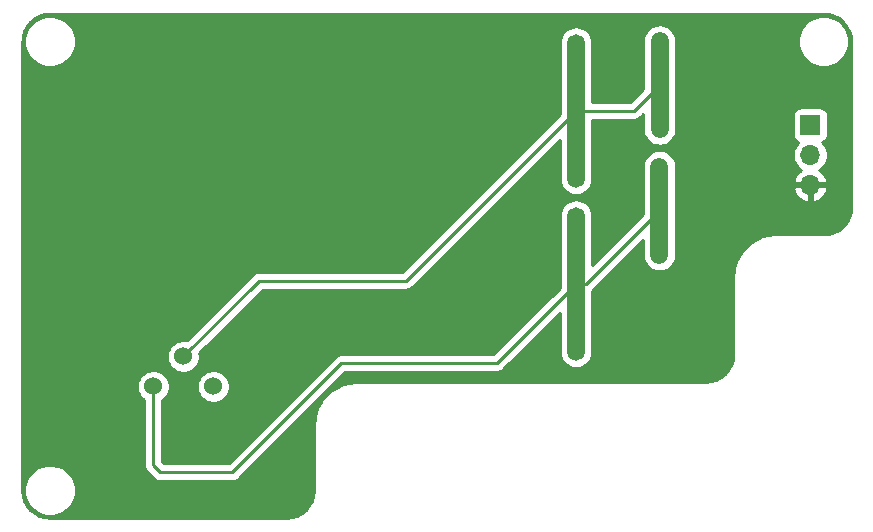
<source format=gbr>
%TF.GenerationSoftware,KiCad,Pcbnew,(5.1.9-0-10_14)*%
%TF.CreationDate,2021-02-13T20:36:48+01:00*%
%TF.ProjectId,f_buzzer,665f6275-7a7a-4657-922e-6b696361645f,rev?*%
%TF.SameCoordinates,Original*%
%TF.FileFunction,Copper,L2,Bot*%
%TF.FilePolarity,Positive*%
%FSLAX46Y46*%
G04 Gerber Fmt 4.6, Leading zero omitted, Abs format (unit mm)*
G04 Created by KiCad (PCBNEW (5.1.9-0-10_14)) date 2021-02-13 20:36:48*
%MOMM*%
%LPD*%
G01*
G04 APERTURE LIST*
%TA.AperFunction,ComponentPad*%
%ADD10O,1.500000X9.000000*%
%TD*%
%TA.AperFunction,ComponentPad*%
%ADD11O,1.500000X13.000000*%
%TD*%
%TA.AperFunction,ComponentPad*%
%ADD12C,1.524000*%
%TD*%
%TA.AperFunction,ComponentPad*%
%ADD13R,1.700000X1.700000*%
%TD*%
%TA.AperFunction,ComponentPad*%
%ADD14O,1.700000X1.700000*%
%TD*%
%TA.AperFunction,Conductor*%
%ADD15C,0.250000*%
%TD*%
%TA.AperFunction,Conductor*%
%ADD16C,0.254000*%
%TD*%
%TA.AperFunction,Conductor*%
%ADD17C,0.100000*%
%TD*%
G04 APERTURE END LIST*
D10*
%TO.P,BZ2,2*%
%TO.N,Net-(BZ1-Pad2)*%
X168810000Y-93490000D03*
%TO.P,BZ2,1*%
%TO.N,Net-(BZ1-Pad1)*%
X168820000Y-82850000D03*
%TD*%
D11*
%TO.P,BZ1,2*%
%TO.N,Net-(BZ1-Pad2)*%
X161740000Y-99680000D03*
%TO.P,BZ1,1*%
%TO.N,Net-(BZ1-Pad1)*%
X161740000Y-85020000D03*
%TD*%
D12*
%TO.P,RV1,3*%
%TO.N,Net-(C3-Pad1)*%
X131035000Y-108365000D03*
%TO.P,RV1,2*%
%TO.N,Net-(BZ1-Pad2)*%
X125955000Y-108365000D03*
%TO.P,RV1,1*%
%TO.N,Net-(BZ1-Pad1)*%
X128495000Y-105825000D03*
%TD*%
D13*
%TO.P,REF\u002A\u002A,1*%
%TO.N,VCC*%
X181580000Y-86230000D03*
D14*
%TO.P,REF\u002A\u002A,2*%
%TO.N,/DVR*%
X181580000Y-88770000D03*
%TO.P,REF\u002A\u002A,3*%
%TO.N,GND*%
X181580000Y-91310000D03*
%TD*%
D15*
%TO.N,Net-(BZ1-Pad2)*%
X162620000Y-99680000D02*
X168810000Y-93490000D01*
X161740000Y-99680000D02*
X162620000Y-99680000D01*
X125955000Y-115055000D02*
X125955000Y-108365000D01*
X126530000Y-115630000D02*
X125955000Y-115055000D01*
X132650000Y-115630000D02*
X126530000Y-115630000D01*
X141890000Y-106390000D02*
X132650000Y-115630000D01*
X155030000Y-106390000D02*
X141890000Y-106390000D01*
X161740000Y-99680000D02*
X155030000Y-106390000D01*
%TO.N,Net-(BZ1-Pad1)*%
X147350000Y-99410000D02*
X134910000Y-99410000D01*
X134910000Y-99410000D02*
X128495000Y-105825000D01*
X161740000Y-85020000D02*
X147350000Y-99410000D01*
X166650000Y-85020000D02*
X168820000Y-82850000D01*
X161740000Y-85020000D02*
X166650000Y-85020000D01*
%TD*%
D16*
%TO.N,GND*%
X183163893Y-76857670D02*
X183600498Y-76989489D01*
X184003185Y-77203600D01*
X184356612Y-77491848D01*
X184647327Y-77843261D01*
X184864242Y-78244439D01*
X184999106Y-78680113D01*
X185050000Y-79164344D01*
X185050001Y-93117711D01*
X185002330Y-93603894D01*
X184870512Y-94040497D01*
X184656399Y-94443186D01*
X184368150Y-94796613D01*
X184016739Y-95087327D01*
X183615564Y-95304240D01*
X183179886Y-95439106D01*
X182695664Y-95490000D01*
X178677581Y-95490000D01*
X178647937Y-95492920D01*
X178629238Y-95492789D01*
X178620067Y-95493689D01*
X178037777Y-95554890D01*
X177979191Y-95566916D01*
X177920420Y-95578127D01*
X177911598Y-95580790D01*
X177352285Y-95753928D01*
X177297167Y-95777098D01*
X177241678Y-95799516D01*
X177233542Y-95803843D01*
X176718510Y-96082319D01*
X176668936Y-96115757D01*
X176618862Y-96148524D01*
X176611721Y-96154348D01*
X176160588Y-96527558D01*
X176118431Y-96570010D01*
X176075699Y-96611856D01*
X176069825Y-96618957D01*
X175699773Y-97072685D01*
X175666679Y-97122496D01*
X175632873Y-97171868D01*
X175628490Y-97179974D01*
X175353616Y-97696938D01*
X175330812Y-97752265D01*
X175307256Y-97807225D01*
X175304531Y-97816029D01*
X175135304Y-98376536D01*
X175123682Y-98435231D01*
X175111248Y-98493727D01*
X175110285Y-98502892D01*
X175053150Y-99085595D01*
X175050000Y-99117582D01*
X175050001Y-105617711D01*
X175002330Y-106103894D01*
X174870512Y-106540497D01*
X174656399Y-106943186D01*
X174368150Y-107296613D01*
X174016739Y-107587327D01*
X173615564Y-107804240D01*
X173179886Y-107939106D01*
X172695664Y-107990000D01*
X143177581Y-107990000D01*
X143147937Y-107992920D01*
X143129238Y-107992789D01*
X143120067Y-107993689D01*
X142537777Y-108054890D01*
X142479191Y-108066916D01*
X142420420Y-108078127D01*
X142411598Y-108080790D01*
X141852285Y-108253928D01*
X141797167Y-108277098D01*
X141741678Y-108299516D01*
X141733542Y-108303843D01*
X141218510Y-108582319D01*
X141168936Y-108615757D01*
X141118862Y-108648524D01*
X141111721Y-108654348D01*
X140660588Y-109027558D01*
X140618431Y-109070010D01*
X140575699Y-109111856D01*
X140569825Y-109118957D01*
X140199773Y-109572685D01*
X140166679Y-109622496D01*
X140132873Y-109671868D01*
X140128490Y-109679974D01*
X139853616Y-110196938D01*
X139830812Y-110252265D01*
X139807256Y-110307225D01*
X139804531Y-110316029D01*
X139635304Y-110876536D01*
X139623682Y-110935231D01*
X139611248Y-110993727D01*
X139610285Y-111002892D01*
X139553150Y-111585595D01*
X139553150Y-111585608D01*
X139550001Y-111617581D01*
X139550000Y-117117721D01*
X139502330Y-117603894D01*
X139370512Y-118040497D01*
X139156399Y-118443186D01*
X138868150Y-118796613D01*
X138516739Y-119087327D01*
X138115564Y-119304240D01*
X137679886Y-119439106D01*
X137195664Y-119490000D01*
X117242279Y-119490000D01*
X116756106Y-119442330D01*
X116319503Y-119310512D01*
X115916814Y-119096399D01*
X115563387Y-118808150D01*
X115272673Y-118456739D01*
X115055760Y-118055564D01*
X114920894Y-117619886D01*
X114870000Y-117135664D01*
X114870000Y-116936323D01*
X115040497Y-116936323D01*
X115040497Y-117363677D01*
X115123870Y-117782821D01*
X115287412Y-118177645D01*
X115524837Y-118532977D01*
X115827023Y-118835163D01*
X116182355Y-119072588D01*
X116577179Y-119236130D01*
X116996323Y-119319503D01*
X117423677Y-119319503D01*
X117842821Y-119236130D01*
X118237645Y-119072588D01*
X118592977Y-118835163D01*
X118895163Y-118532977D01*
X119132588Y-118177645D01*
X119296130Y-117782821D01*
X119379503Y-117363677D01*
X119379503Y-116936323D01*
X119296130Y-116517179D01*
X119132588Y-116122355D01*
X118895163Y-115767023D01*
X118592977Y-115464837D01*
X118237645Y-115227412D01*
X117842821Y-115063870D01*
X117423677Y-114980497D01*
X116996323Y-114980497D01*
X116577179Y-115063870D01*
X116182355Y-115227412D01*
X115827023Y-115464837D01*
X115524837Y-115767023D01*
X115287412Y-116122355D01*
X115123870Y-116517179D01*
X115040497Y-116936323D01*
X114870000Y-116936323D01*
X114870000Y-108227408D01*
X124558000Y-108227408D01*
X124558000Y-108502592D01*
X124611686Y-108772490D01*
X124716995Y-109026727D01*
X124869880Y-109255535D01*
X125064465Y-109450120D01*
X125195001Y-109537341D01*
X125195000Y-115017677D01*
X125191324Y-115055000D01*
X125195000Y-115092322D01*
X125195000Y-115092332D01*
X125205997Y-115203985D01*
X125246574Y-115337753D01*
X125249454Y-115347246D01*
X125320026Y-115479276D01*
X125359871Y-115527826D01*
X125414999Y-115595001D01*
X125444002Y-115618803D01*
X125966200Y-116141002D01*
X125989999Y-116170001D01*
X126105724Y-116264974D01*
X126237753Y-116335546D01*
X126381014Y-116379003D01*
X126492667Y-116390000D01*
X126492675Y-116390000D01*
X126530000Y-116393676D01*
X126567325Y-116390000D01*
X132612678Y-116390000D01*
X132650000Y-116393676D01*
X132687322Y-116390000D01*
X132687333Y-116390000D01*
X132798986Y-116379003D01*
X132942247Y-116335546D01*
X133074276Y-116264974D01*
X133190001Y-116170001D01*
X133213804Y-116140997D01*
X142204802Y-107150000D01*
X154992678Y-107150000D01*
X155030000Y-107153676D01*
X155067322Y-107150000D01*
X155067333Y-107150000D01*
X155178986Y-107139003D01*
X155322247Y-107095546D01*
X155454276Y-107024974D01*
X155570001Y-106930001D01*
X155593804Y-106900997D01*
X160355000Y-102139801D01*
X160355000Y-105498036D01*
X160375040Y-105701506D01*
X160454236Y-105962580D01*
X160582843Y-106203187D01*
X160755919Y-106414080D01*
X160966812Y-106587157D01*
X161207419Y-106715764D01*
X161468493Y-106794960D01*
X161740000Y-106821701D01*
X162011506Y-106794960D01*
X162272580Y-106715764D01*
X162513187Y-106587157D01*
X162724080Y-106414081D01*
X162897157Y-106203188D01*
X163025764Y-105962581D01*
X163104960Y-105701507D01*
X163125000Y-105498037D01*
X163125000Y-100248726D01*
X163160001Y-100220001D01*
X163183804Y-100190997D01*
X167425001Y-95949801D01*
X167425001Y-97308037D01*
X167445041Y-97511507D01*
X167524237Y-97772581D01*
X167652844Y-98013188D01*
X167825920Y-98224081D01*
X168036813Y-98397157D01*
X168277420Y-98525764D01*
X168538494Y-98604960D01*
X168810000Y-98631701D01*
X169081507Y-98604960D01*
X169342581Y-98525764D01*
X169583188Y-98397157D01*
X169794081Y-98224081D01*
X169967157Y-98013188D01*
X170095764Y-97772581D01*
X170174960Y-97511507D01*
X170195000Y-97308037D01*
X170195000Y-91666890D01*
X180138524Y-91666890D01*
X180183175Y-91814099D01*
X180308359Y-92076920D01*
X180482412Y-92310269D01*
X180698645Y-92505178D01*
X180948748Y-92654157D01*
X181223109Y-92751481D01*
X181453000Y-92630814D01*
X181453000Y-91437000D01*
X181707000Y-91437000D01*
X181707000Y-92630814D01*
X181936891Y-92751481D01*
X182211252Y-92654157D01*
X182461355Y-92505178D01*
X182677588Y-92310269D01*
X182851641Y-92076920D01*
X182976825Y-91814099D01*
X183021476Y-91666890D01*
X182900155Y-91437000D01*
X181707000Y-91437000D01*
X181453000Y-91437000D01*
X180259845Y-91437000D01*
X180138524Y-91666890D01*
X170195000Y-91666890D01*
X170195000Y-89671963D01*
X170174960Y-89468493D01*
X170095764Y-89207419D01*
X169967157Y-88966812D01*
X169794080Y-88755919D01*
X169583187Y-88582843D01*
X169342580Y-88454236D01*
X169081506Y-88375040D01*
X168810000Y-88348299D01*
X168538493Y-88375040D01*
X168277419Y-88454236D01*
X168036812Y-88582843D01*
X167825919Y-88755920D01*
X167652843Y-88966813D01*
X167524236Y-89207420D01*
X167445040Y-89468494D01*
X167425000Y-89671964D01*
X167425001Y-93800198D01*
X163125000Y-98100199D01*
X163125000Y-93861963D01*
X163104960Y-93658493D01*
X163025764Y-93397419D01*
X162897157Y-93156812D01*
X162724081Y-92945919D01*
X162513188Y-92772843D01*
X162272581Y-92644236D01*
X162011507Y-92565040D01*
X161740000Y-92538299D01*
X161468494Y-92565040D01*
X161207420Y-92644236D01*
X160966813Y-92772843D01*
X160755920Y-92945919D01*
X160582844Y-93156812D01*
X160454237Y-93397419D01*
X160375041Y-93658493D01*
X160355001Y-93861963D01*
X160355000Y-99990198D01*
X154715199Y-105630000D01*
X141927322Y-105630000D01*
X141889999Y-105626324D01*
X141852676Y-105630000D01*
X141852667Y-105630000D01*
X141741014Y-105640997D01*
X141597753Y-105684454D01*
X141465724Y-105755026D01*
X141349999Y-105849999D01*
X141326201Y-105878997D01*
X132335199Y-114870000D01*
X126844802Y-114870000D01*
X126715000Y-114740199D01*
X126715000Y-109537341D01*
X126845535Y-109450120D01*
X127040120Y-109255535D01*
X127193005Y-109026727D01*
X127298314Y-108772490D01*
X127352000Y-108502592D01*
X127352000Y-108227408D01*
X129638000Y-108227408D01*
X129638000Y-108502592D01*
X129691686Y-108772490D01*
X129796995Y-109026727D01*
X129949880Y-109255535D01*
X130144465Y-109450120D01*
X130373273Y-109603005D01*
X130627510Y-109708314D01*
X130897408Y-109762000D01*
X131172592Y-109762000D01*
X131442490Y-109708314D01*
X131696727Y-109603005D01*
X131925535Y-109450120D01*
X132120120Y-109255535D01*
X132273005Y-109026727D01*
X132378314Y-108772490D01*
X132432000Y-108502592D01*
X132432000Y-108227408D01*
X132378314Y-107957510D01*
X132273005Y-107703273D01*
X132120120Y-107474465D01*
X131925535Y-107279880D01*
X131696727Y-107126995D01*
X131442490Y-107021686D01*
X131172592Y-106968000D01*
X130897408Y-106968000D01*
X130627510Y-107021686D01*
X130373273Y-107126995D01*
X130144465Y-107279880D01*
X129949880Y-107474465D01*
X129796995Y-107703273D01*
X129691686Y-107957510D01*
X129638000Y-108227408D01*
X127352000Y-108227408D01*
X127298314Y-107957510D01*
X127193005Y-107703273D01*
X127040120Y-107474465D01*
X126845535Y-107279880D01*
X126616727Y-107126995D01*
X126362490Y-107021686D01*
X126092592Y-106968000D01*
X125817408Y-106968000D01*
X125547510Y-107021686D01*
X125293273Y-107126995D01*
X125064465Y-107279880D01*
X124869880Y-107474465D01*
X124716995Y-107703273D01*
X124611686Y-107957510D01*
X124558000Y-108227408D01*
X114870000Y-108227408D01*
X114870000Y-105687408D01*
X127098000Y-105687408D01*
X127098000Y-105962592D01*
X127151686Y-106232490D01*
X127256995Y-106486727D01*
X127409880Y-106715535D01*
X127604465Y-106910120D01*
X127833273Y-107063005D01*
X128087510Y-107168314D01*
X128357408Y-107222000D01*
X128632592Y-107222000D01*
X128902490Y-107168314D01*
X129156727Y-107063005D01*
X129385535Y-106910120D01*
X129580120Y-106715535D01*
X129733005Y-106486727D01*
X129838314Y-106232490D01*
X129892000Y-105962592D01*
X129892000Y-105687408D01*
X129861372Y-105533429D01*
X135224802Y-100170000D01*
X147312678Y-100170000D01*
X147350000Y-100173676D01*
X147387322Y-100170000D01*
X147387333Y-100170000D01*
X147498986Y-100159003D01*
X147642247Y-100115546D01*
X147774276Y-100044974D01*
X147890001Y-99950001D01*
X147913804Y-99920997D01*
X160355000Y-87479802D01*
X160355000Y-90838036D01*
X160375040Y-91041506D01*
X160454236Y-91302580D01*
X160582843Y-91543187D01*
X160755919Y-91754080D01*
X160966812Y-91927157D01*
X161207419Y-92055764D01*
X161468493Y-92134960D01*
X161740000Y-92161701D01*
X162011506Y-92134960D01*
X162272580Y-92055764D01*
X162513187Y-91927157D01*
X162724080Y-91754081D01*
X162897157Y-91543188D01*
X163025764Y-91302581D01*
X163104960Y-91041507D01*
X163125000Y-90838037D01*
X163125000Y-85780000D01*
X166612678Y-85780000D01*
X166650000Y-85783676D01*
X166687322Y-85780000D01*
X166687333Y-85780000D01*
X166798986Y-85769003D01*
X166942247Y-85725546D01*
X167074276Y-85654974D01*
X167190001Y-85560001D01*
X167213804Y-85530998D01*
X167435001Y-85309800D01*
X167435001Y-86668037D01*
X167455041Y-86871507D01*
X167534237Y-87132581D01*
X167662844Y-87373188D01*
X167835920Y-87584081D01*
X168046813Y-87757157D01*
X168287420Y-87885764D01*
X168548494Y-87964960D01*
X168820000Y-87991701D01*
X169091507Y-87964960D01*
X169352581Y-87885764D01*
X169593188Y-87757157D01*
X169804081Y-87584081D01*
X169977157Y-87373188D01*
X170105764Y-87132581D01*
X170184960Y-86871507D01*
X170205000Y-86668037D01*
X170205000Y-85380000D01*
X180091928Y-85380000D01*
X180091928Y-87080000D01*
X180104188Y-87204482D01*
X180140498Y-87324180D01*
X180199463Y-87434494D01*
X180278815Y-87531185D01*
X180375506Y-87610537D01*
X180485820Y-87669502D01*
X180558380Y-87691513D01*
X180426525Y-87823368D01*
X180264010Y-88066589D01*
X180152068Y-88336842D01*
X180095000Y-88623740D01*
X180095000Y-88916260D01*
X180152068Y-89203158D01*
X180264010Y-89473411D01*
X180426525Y-89716632D01*
X180633368Y-89923475D01*
X180815534Y-90045195D01*
X180698645Y-90114822D01*
X180482412Y-90309731D01*
X180308359Y-90543080D01*
X180183175Y-90805901D01*
X180138524Y-90953110D01*
X180259845Y-91183000D01*
X181453000Y-91183000D01*
X181453000Y-91163000D01*
X181707000Y-91163000D01*
X181707000Y-91183000D01*
X182900155Y-91183000D01*
X183021476Y-90953110D01*
X182976825Y-90805901D01*
X182851641Y-90543080D01*
X182677588Y-90309731D01*
X182461355Y-90114822D01*
X182344466Y-90045195D01*
X182526632Y-89923475D01*
X182733475Y-89716632D01*
X182895990Y-89473411D01*
X183007932Y-89203158D01*
X183065000Y-88916260D01*
X183065000Y-88623740D01*
X183007932Y-88336842D01*
X182895990Y-88066589D01*
X182733475Y-87823368D01*
X182601620Y-87691513D01*
X182674180Y-87669502D01*
X182784494Y-87610537D01*
X182881185Y-87531185D01*
X182960537Y-87434494D01*
X183019502Y-87324180D01*
X183055812Y-87204482D01*
X183068072Y-87080000D01*
X183068072Y-85380000D01*
X183055812Y-85255518D01*
X183019502Y-85135820D01*
X182960537Y-85025506D01*
X182881185Y-84928815D01*
X182784494Y-84849463D01*
X182674180Y-84790498D01*
X182554482Y-84754188D01*
X182430000Y-84741928D01*
X180730000Y-84741928D01*
X180605518Y-84754188D01*
X180485820Y-84790498D01*
X180375506Y-84849463D01*
X180278815Y-84928815D01*
X180199463Y-85025506D01*
X180140498Y-85135820D01*
X180104188Y-85255518D01*
X180091928Y-85380000D01*
X170205000Y-85380000D01*
X170205000Y-79031963D01*
X170195581Y-78936323D01*
X180540497Y-78936323D01*
X180540497Y-79363677D01*
X180623870Y-79782821D01*
X180787412Y-80177645D01*
X181024837Y-80532977D01*
X181327023Y-80835163D01*
X181682355Y-81072588D01*
X182077179Y-81236130D01*
X182496323Y-81319503D01*
X182923677Y-81319503D01*
X183342821Y-81236130D01*
X183737645Y-81072588D01*
X184092977Y-80835163D01*
X184395163Y-80532977D01*
X184632588Y-80177645D01*
X184796130Y-79782821D01*
X184879503Y-79363677D01*
X184879503Y-78936323D01*
X184796130Y-78517179D01*
X184632588Y-78122355D01*
X184395163Y-77767023D01*
X184092977Y-77464837D01*
X183737645Y-77227412D01*
X183342821Y-77063870D01*
X182923677Y-76980497D01*
X182496323Y-76980497D01*
X182077179Y-77063870D01*
X181682355Y-77227412D01*
X181327023Y-77464837D01*
X181024837Y-77767023D01*
X180787412Y-78122355D01*
X180623870Y-78517179D01*
X180540497Y-78936323D01*
X170195581Y-78936323D01*
X170184960Y-78828493D01*
X170105764Y-78567419D01*
X169977157Y-78326812D01*
X169804080Y-78115919D01*
X169593187Y-77942843D01*
X169352580Y-77814236D01*
X169091506Y-77735040D01*
X168820000Y-77708299D01*
X168548493Y-77735040D01*
X168287419Y-77814236D01*
X168046812Y-77942843D01*
X167835919Y-78115920D01*
X167662843Y-78326813D01*
X167534236Y-78567420D01*
X167455040Y-78828494D01*
X167435000Y-79031964D01*
X167435001Y-83160197D01*
X166335199Y-84260000D01*
X163125000Y-84260000D01*
X163125000Y-79201963D01*
X163104960Y-78998493D01*
X163025764Y-78737419D01*
X162897157Y-78496812D01*
X162724081Y-78285919D01*
X162513188Y-78112843D01*
X162272581Y-77984236D01*
X162011507Y-77905040D01*
X161740000Y-77878299D01*
X161468494Y-77905040D01*
X161207420Y-77984236D01*
X160966813Y-78112843D01*
X160755920Y-78285919D01*
X160582844Y-78496812D01*
X160454237Y-78737419D01*
X160375041Y-78998493D01*
X160355001Y-79201963D01*
X160355000Y-85330198D01*
X147035199Y-98650000D01*
X134947322Y-98650000D01*
X134909999Y-98646324D01*
X134872677Y-98650000D01*
X134872667Y-98650000D01*
X134761014Y-98660997D01*
X134617753Y-98704454D01*
X134485723Y-98775026D01*
X134402083Y-98843668D01*
X134369999Y-98869999D01*
X134346201Y-98898997D01*
X128786571Y-104458628D01*
X128632592Y-104428000D01*
X128357408Y-104428000D01*
X128087510Y-104481686D01*
X127833273Y-104586995D01*
X127604465Y-104739880D01*
X127409880Y-104934465D01*
X127256995Y-105163273D01*
X127151686Y-105417510D01*
X127098000Y-105687408D01*
X114870000Y-105687408D01*
X114870000Y-79182279D01*
X114894116Y-78936323D01*
X115040497Y-78936323D01*
X115040497Y-79363677D01*
X115123870Y-79782821D01*
X115287412Y-80177645D01*
X115524837Y-80532977D01*
X115827023Y-80835163D01*
X116182355Y-81072588D01*
X116577179Y-81236130D01*
X116996323Y-81319503D01*
X117423677Y-81319503D01*
X117842821Y-81236130D01*
X118237645Y-81072588D01*
X118592977Y-80835163D01*
X118895163Y-80532977D01*
X119132588Y-80177645D01*
X119296130Y-79782821D01*
X119379503Y-79363677D01*
X119379503Y-78936323D01*
X119296130Y-78517179D01*
X119132588Y-78122355D01*
X118895163Y-77767023D01*
X118592977Y-77464837D01*
X118237645Y-77227412D01*
X117842821Y-77063870D01*
X117423677Y-76980497D01*
X116996323Y-76980497D01*
X116577179Y-77063870D01*
X116182355Y-77227412D01*
X115827023Y-77464837D01*
X115524837Y-77767023D01*
X115287412Y-78122355D01*
X115123870Y-78517179D01*
X115040497Y-78936323D01*
X114894116Y-78936323D01*
X114917670Y-78696107D01*
X115049489Y-78259502D01*
X115263600Y-77856815D01*
X115551848Y-77503388D01*
X115903261Y-77212673D01*
X116304439Y-76995758D01*
X116740113Y-76860894D01*
X117224344Y-76810000D01*
X182677721Y-76810000D01*
X183163893Y-76857670D01*
%TA.AperFunction,Conductor*%
D17*
G36*
X183163893Y-76857670D02*
G01*
X183600498Y-76989489D01*
X184003185Y-77203600D01*
X184356612Y-77491848D01*
X184647327Y-77843261D01*
X184864242Y-78244439D01*
X184999106Y-78680113D01*
X185050000Y-79164344D01*
X185050001Y-93117711D01*
X185002330Y-93603894D01*
X184870512Y-94040497D01*
X184656399Y-94443186D01*
X184368150Y-94796613D01*
X184016739Y-95087327D01*
X183615564Y-95304240D01*
X183179886Y-95439106D01*
X182695664Y-95490000D01*
X178677581Y-95490000D01*
X178647937Y-95492920D01*
X178629238Y-95492789D01*
X178620067Y-95493689D01*
X178037777Y-95554890D01*
X177979191Y-95566916D01*
X177920420Y-95578127D01*
X177911598Y-95580790D01*
X177352285Y-95753928D01*
X177297167Y-95777098D01*
X177241678Y-95799516D01*
X177233542Y-95803843D01*
X176718510Y-96082319D01*
X176668936Y-96115757D01*
X176618862Y-96148524D01*
X176611721Y-96154348D01*
X176160588Y-96527558D01*
X176118431Y-96570010D01*
X176075699Y-96611856D01*
X176069825Y-96618957D01*
X175699773Y-97072685D01*
X175666679Y-97122496D01*
X175632873Y-97171868D01*
X175628490Y-97179974D01*
X175353616Y-97696938D01*
X175330812Y-97752265D01*
X175307256Y-97807225D01*
X175304531Y-97816029D01*
X175135304Y-98376536D01*
X175123682Y-98435231D01*
X175111248Y-98493727D01*
X175110285Y-98502892D01*
X175053150Y-99085595D01*
X175050000Y-99117582D01*
X175050001Y-105617711D01*
X175002330Y-106103894D01*
X174870512Y-106540497D01*
X174656399Y-106943186D01*
X174368150Y-107296613D01*
X174016739Y-107587327D01*
X173615564Y-107804240D01*
X173179886Y-107939106D01*
X172695664Y-107990000D01*
X143177581Y-107990000D01*
X143147937Y-107992920D01*
X143129238Y-107992789D01*
X143120067Y-107993689D01*
X142537777Y-108054890D01*
X142479191Y-108066916D01*
X142420420Y-108078127D01*
X142411598Y-108080790D01*
X141852285Y-108253928D01*
X141797167Y-108277098D01*
X141741678Y-108299516D01*
X141733542Y-108303843D01*
X141218510Y-108582319D01*
X141168936Y-108615757D01*
X141118862Y-108648524D01*
X141111721Y-108654348D01*
X140660588Y-109027558D01*
X140618431Y-109070010D01*
X140575699Y-109111856D01*
X140569825Y-109118957D01*
X140199773Y-109572685D01*
X140166679Y-109622496D01*
X140132873Y-109671868D01*
X140128490Y-109679974D01*
X139853616Y-110196938D01*
X139830812Y-110252265D01*
X139807256Y-110307225D01*
X139804531Y-110316029D01*
X139635304Y-110876536D01*
X139623682Y-110935231D01*
X139611248Y-110993727D01*
X139610285Y-111002892D01*
X139553150Y-111585595D01*
X139553150Y-111585608D01*
X139550001Y-111617581D01*
X139550000Y-117117721D01*
X139502330Y-117603894D01*
X139370512Y-118040497D01*
X139156399Y-118443186D01*
X138868150Y-118796613D01*
X138516739Y-119087327D01*
X138115564Y-119304240D01*
X137679886Y-119439106D01*
X137195664Y-119490000D01*
X117242279Y-119490000D01*
X116756106Y-119442330D01*
X116319503Y-119310512D01*
X115916814Y-119096399D01*
X115563387Y-118808150D01*
X115272673Y-118456739D01*
X115055760Y-118055564D01*
X114920894Y-117619886D01*
X114870000Y-117135664D01*
X114870000Y-116936323D01*
X115040497Y-116936323D01*
X115040497Y-117363677D01*
X115123870Y-117782821D01*
X115287412Y-118177645D01*
X115524837Y-118532977D01*
X115827023Y-118835163D01*
X116182355Y-119072588D01*
X116577179Y-119236130D01*
X116996323Y-119319503D01*
X117423677Y-119319503D01*
X117842821Y-119236130D01*
X118237645Y-119072588D01*
X118592977Y-118835163D01*
X118895163Y-118532977D01*
X119132588Y-118177645D01*
X119296130Y-117782821D01*
X119379503Y-117363677D01*
X119379503Y-116936323D01*
X119296130Y-116517179D01*
X119132588Y-116122355D01*
X118895163Y-115767023D01*
X118592977Y-115464837D01*
X118237645Y-115227412D01*
X117842821Y-115063870D01*
X117423677Y-114980497D01*
X116996323Y-114980497D01*
X116577179Y-115063870D01*
X116182355Y-115227412D01*
X115827023Y-115464837D01*
X115524837Y-115767023D01*
X115287412Y-116122355D01*
X115123870Y-116517179D01*
X115040497Y-116936323D01*
X114870000Y-116936323D01*
X114870000Y-108227408D01*
X124558000Y-108227408D01*
X124558000Y-108502592D01*
X124611686Y-108772490D01*
X124716995Y-109026727D01*
X124869880Y-109255535D01*
X125064465Y-109450120D01*
X125195001Y-109537341D01*
X125195000Y-115017677D01*
X125191324Y-115055000D01*
X125195000Y-115092322D01*
X125195000Y-115092332D01*
X125205997Y-115203985D01*
X125246574Y-115337753D01*
X125249454Y-115347246D01*
X125320026Y-115479276D01*
X125359871Y-115527826D01*
X125414999Y-115595001D01*
X125444002Y-115618803D01*
X125966200Y-116141002D01*
X125989999Y-116170001D01*
X126105724Y-116264974D01*
X126237753Y-116335546D01*
X126381014Y-116379003D01*
X126492667Y-116390000D01*
X126492675Y-116390000D01*
X126530000Y-116393676D01*
X126567325Y-116390000D01*
X132612678Y-116390000D01*
X132650000Y-116393676D01*
X132687322Y-116390000D01*
X132687333Y-116390000D01*
X132798986Y-116379003D01*
X132942247Y-116335546D01*
X133074276Y-116264974D01*
X133190001Y-116170001D01*
X133213804Y-116140997D01*
X142204802Y-107150000D01*
X154992678Y-107150000D01*
X155030000Y-107153676D01*
X155067322Y-107150000D01*
X155067333Y-107150000D01*
X155178986Y-107139003D01*
X155322247Y-107095546D01*
X155454276Y-107024974D01*
X155570001Y-106930001D01*
X155593804Y-106900997D01*
X160355000Y-102139801D01*
X160355000Y-105498036D01*
X160375040Y-105701506D01*
X160454236Y-105962580D01*
X160582843Y-106203187D01*
X160755919Y-106414080D01*
X160966812Y-106587157D01*
X161207419Y-106715764D01*
X161468493Y-106794960D01*
X161740000Y-106821701D01*
X162011506Y-106794960D01*
X162272580Y-106715764D01*
X162513187Y-106587157D01*
X162724080Y-106414081D01*
X162897157Y-106203188D01*
X163025764Y-105962581D01*
X163104960Y-105701507D01*
X163125000Y-105498037D01*
X163125000Y-100248726D01*
X163160001Y-100220001D01*
X163183804Y-100190997D01*
X167425001Y-95949801D01*
X167425001Y-97308037D01*
X167445041Y-97511507D01*
X167524237Y-97772581D01*
X167652844Y-98013188D01*
X167825920Y-98224081D01*
X168036813Y-98397157D01*
X168277420Y-98525764D01*
X168538494Y-98604960D01*
X168810000Y-98631701D01*
X169081507Y-98604960D01*
X169342581Y-98525764D01*
X169583188Y-98397157D01*
X169794081Y-98224081D01*
X169967157Y-98013188D01*
X170095764Y-97772581D01*
X170174960Y-97511507D01*
X170195000Y-97308037D01*
X170195000Y-91666890D01*
X180138524Y-91666890D01*
X180183175Y-91814099D01*
X180308359Y-92076920D01*
X180482412Y-92310269D01*
X180698645Y-92505178D01*
X180948748Y-92654157D01*
X181223109Y-92751481D01*
X181453000Y-92630814D01*
X181453000Y-91437000D01*
X181707000Y-91437000D01*
X181707000Y-92630814D01*
X181936891Y-92751481D01*
X182211252Y-92654157D01*
X182461355Y-92505178D01*
X182677588Y-92310269D01*
X182851641Y-92076920D01*
X182976825Y-91814099D01*
X183021476Y-91666890D01*
X182900155Y-91437000D01*
X181707000Y-91437000D01*
X181453000Y-91437000D01*
X180259845Y-91437000D01*
X180138524Y-91666890D01*
X170195000Y-91666890D01*
X170195000Y-89671963D01*
X170174960Y-89468493D01*
X170095764Y-89207419D01*
X169967157Y-88966812D01*
X169794080Y-88755919D01*
X169583187Y-88582843D01*
X169342580Y-88454236D01*
X169081506Y-88375040D01*
X168810000Y-88348299D01*
X168538493Y-88375040D01*
X168277419Y-88454236D01*
X168036812Y-88582843D01*
X167825919Y-88755920D01*
X167652843Y-88966813D01*
X167524236Y-89207420D01*
X167445040Y-89468494D01*
X167425000Y-89671964D01*
X167425001Y-93800198D01*
X163125000Y-98100199D01*
X163125000Y-93861963D01*
X163104960Y-93658493D01*
X163025764Y-93397419D01*
X162897157Y-93156812D01*
X162724081Y-92945919D01*
X162513188Y-92772843D01*
X162272581Y-92644236D01*
X162011507Y-92565040D01*
X161740000Y-92538299D01*
X161468494Y-92565040D01*
X161207420Y-92644236D01*
X160966813Y-92772843D01*
X160755920Y-92945919D01*
X160582844Y-93156812D01*
X160454237Y-93397419D01*
X160375041Y-93658493D01*
X160355001Y-93861963D01*
X160355000Y-99990198D01*
X154715199Y-105630000D01*
X141927322Y-105630000D01*
X141889999Y-105626324D01*
X141852676Y-105630000D01*
X141852667Y-105630000D01*
X141741014Y-105640997D01*
X141597753Y-105684454D01*
X141465724Y-105755026D01*
X141349999Y-105849999D01*
X141326201Y-105878997D01*
X132335199Y-114870000D01*
X126844802Y-114870000D01*
X126715000Y-114740199D01*
X126715000Y-109537341D01*
X126845535Y-109450120D01*
X127040120Y-109255535D01*
X127193005Y-109026727D01*
X127298314Y-108772490D01*
X127352000Y-108502592D01*
X127352000Y-108227408D01*
X129638000Y-108227408D01*
X129638000Y-108502592D01*
X129691686Y-108772490D01*
X129796995Y-109026727D01*
X129949880Y-109255535D01*
X130144465Y-109450120D01*
X130373273Y-109603005D01*
X130627510Y-109708314D01*
X130897408Y-109762000D01*
X131172592Y-109762000D01*
X131442490Y-109708314D01*
X131696727Y-109603005D01*
X131925535Y-109450120D01*
X132120120Y-109255535D01*
X132273005Y-109026727D01*
X132378314Y-108772490D01*
X132432000Y-108502592D01*
X132432000Y-108227408D01*
X132378314Y-107957510D01*
X132273005Y-107703273D01*
X132120120Y-107474465D01*
X131925535Y-107279880D01*
X131696727Y-107126995D01*
X131442490Y-107021686D01*
X131172592Y-106968000D01*
X130897408Y-106968000D01*
X130627510Y-107021686D01*
X130373273Y-107126995D01*
X130144465Y-107279880D01*
X129949880Y-107474465D01*
X129796995Y-107703273D01*
X129691686Y-107957510D01*
X129638000Y-108227408D01*
X127352000Y-108227408D01*
X127298314Y-107957510D01*
X127193005Y-107703273D01*
X127040120Y-107474465D01*
X126845535Y-107279880D01*
X126616727Y-107126995D01*
X126362490Y-107021686D01*
X126092592Y-106968000D01*
X125817408Y-106968000D01*
X125547510Y-107021686D01*
X125293273Y-107126995D01*
X125064465Y-107279880D01*
X124869880Y-107474465D01*
X124716995Y-107703273D01*
X124611686Y-107957510D01*
X124558000Y-108227408D01*
X114870000Y-108227408D01*
X114870000Y-105687408D01*
X127098000Y-105687408D01*
X127098000Y-105962592D01*
X127151686Y-106232490D01*
X127256995Y-106486727D01*
X127409880Y-106715535D01*
X127604465Y-106910120D01*
X127833273Y-107063005D01*
X128087510Y-107168314D01*
X128357408Y-107222000D01*
X128632592Y-107222000D01*
X128902490Y-107168314D01*
X129156727Y-107063005D01*
X129385535Y-106910120D01*
X129580120Y-106715535D01*
X129733005Y-106486727D01*
X129838314Y-106232490D01*
X129892000Y-105962592D01*
X129892000Y-105687408D01*
X129861372Y-105533429D01*
X135224802Y-100170000D01*
X147312678Y-100170000D01*
X147350000Y-100173676D01*
X147387322Y-100170000D01*
X147387333Y-100170000D01*
X147498986Y-100159003D01*
X147642247Y-100115546D01*
X147774276Y-100044974D01*
X147890001Y-99950001D01*
X147913804Y-99920997D01*
X160355000Y-87479802D01*
X160355000Y-90838036D01*
X160375040Y-91041506D01*
X160454236Y-91302580D01*
X160582843Y-91543187D01*
X160755919Y-91754080D01*
X160966812Y-91927157D01*
X161207419Y-92055764D01*
X161468493Y-92134960D01*
X161740000Y-92161701D01*
X162011506Y-92134960D01*
X162272580Y-92055764D01*
X162513187Y-91927157D01*
X162724080Y-91754081D01*
X162897157Y-91543188D01*
X163025764Y-91302581D01*
X163104960Y-91041507D01*
X163125000Y-90838037D01*
X163125000Y-85780000D01*
X166612678Y-85780000D01*
X166650000Y-85783676D01*
X166687322Y-85780000D01*
X166687333Y-85780000D01*
X166798986Y-85769003D01*
X166942247Y-85725546D01*
X167074276Y-85654974D01*
X167190001Y-85560001D01*
X167213804Y-85530998D01*
X167435001Y-85309800D01*
X167435001Y-86668037D01*
X167455041Y-86871507D01*
X167534237Y-87132581D01*
X167662844Y-87373188D01*
X167835920Y-87584081D01*
X168046813Y-87757157D01*
X168287420Y-87885764D01*
X168548494Y-87964960D01*
X168820000Y-87991701D01*
X169091507Y-87964960D01*
X169352581Y-87885764D01*
X169593188Y-87757157D01*
X169804081Y-87584081D01*
X169977157Y-87373188D01*
X170105764Y-87132581D01*
X170184960Y-86871507D01*
X170205000Y-86668037D01*
X170205000Y-85380000D01*
X180091928Y-85380000D01*
X180091928Y-87080000D01*
X180104188Y-87204482D01*
X180140498Y-87324180D01*
X180199463Y-87434494D01*
X180278815Y-87531185D01*
X180375506Y-87610537D01*
X180485820Y-87669502D01*
X180558380Y-87691513D01*
X180426525Y-87823368D01*
X180264010Y-88066589D01*
X180152068Y-88336842D01*
X180095000Y-88623740D01*
X180095000Y-88916260D01*
X180152068Y-89203158D01*
X180264010Y-89473411D01*
X180426525Y-89716632D01*
X180633368Y-89923475D01*
X180815534Y-90045195D01*
X180698645Y-90114822D01*
X180482412Y-90309731D01*
X180308359Y-90543080D01*
X180183175Y-90805901D01*
X180138524Y-90953110D01*
X180259845Y-91183000D01*
X181453000Y-91183000D01*
X181453000Y-91163000D01*
X181707000Y-91163000D01*
X181707000Y-91183000D01*
X182900155Y-91183000D01*
X183021476Y-90953110D01*
X182976825Y-90805901D01*
X182851641Y-90543080D01*
X182677588Y-90309731D01*
X182461355Y-90114822D01*
X182344466Y-90045195D01*
X182526632Y-89923475D01*
X182733475Y-89716632D01*
X182895990Y-89473411D01*
X183007932Y-89203158D01*
X183065000Y-88916260D01*
X183065000Y-88623740D01*
X183007932Y-88336842D01*
X182895990Y-88066589D01*
X182733475Y-87823368D01*
X182601620Y-87691513D01*
X182674180Y-87669502D01*
X182784494Y-87610537D01*
X182881185Y-87531185D01*
X182960537Y-87434494D01*
X183019502Y-87324180D01*
X183055812Y-87204482D01*
X183068072Y-87080000D01*
X183068072Y-85380000D01*
X183055812Y-85255518D01*
X183019502Y-85135820D01*
X182960537Y-85025506D01*
X182881185Y-84928815D01*
X182784494Y-84849463D01*
X182674180Y-84790498D01*
X182554482Y-84754188D01*
X182430000Y-84741928D01*
X180730000Y-84741928D01*
X180605518Y-84754188D01*
X180485820Y-84790498D01*
X180375506Y-84849463D01*
X180278815Y-84928815D01*
X180199463Y-85025506D01*
X180140498Y-85135820D01*
X180104188Y-85255518D01*
X180091928Y-85380000D01*
X170205000Y-85380000D01*
X170205000Y-79031963D01*
X170195581Y-78936323D01*
X180540497Y-78936323D01*
X180540497Y-79363677D01*
X180623870Y-79782821D01*
X180787412Y-80177645D01*
X181024837Y-80532977D01*
X181327023Y-80835163D01*
X181682355Y-81072588D01*
X182077179Y-81236130D01*
X182496323Y-81319503D01*
X182923677Y-81319503D01*
X183342821Y-81236130D01*
X183737645Y-81072588D01*
X184092977Y-80835163D01*
X184395163Y-80532977D01*
X184632588Y-80177645D01*
X184796130Y-79782821D01*
X184879503Y-79363677D01*
X184879503Y-78936323D01*
X184796130Y-78517179D01*
X184632588Y-78122355D01*
X184395163Y-77767023D01*
X184092977Y-77464837D01*
X183737645Y-77227412D01*
X183342821Y-77063870D01*
X182923677Y-76980497D01*
X182496323Y-76980497D01*
X182077179Y-77063870D01*
X181682355Y-77227412D01*
X181327023Y-77464837D01*
X181024837Y-77767023D01*
X180787412Y-78122355D01*
X180623870Y-78517179D01*
X180540497Y-78936323D01*
X170195581Y-78936323D01*
X170184960Y-78828493D01*
X170105764Y-78567419D01*
X169977157Y-78326812D01*
X169804080Y-78115919D01*
X169593187Y-77942843D01*
X169352580Y-77814236D01*
X169091506Y-77735040D01*
X168820000Y-77708299D01*
X168548493Y-77735040D01*
X168287419Y-77814236D01*
X168046812Y-77942843D01*
X167835919Y-78115920D01*
X167662843Y-78326813D01*
X167534236Y-78567420D01*
X167455040Y-78828494D01*
X167435000Y-79031964D01*
X167435001Y-83160197D01*
X166335199Y-84260000D01*
X163125000Y-84260000D01*
X163125000Y-79201963D01*
X163104960Y-78998493D01*
X163025764Y-78737419D01*
X162897157Y-78496812D01*
X162724081Y-78285919D01*
X162513188Y-78112843D01*
X162272581Y-77984236D01*
X162011507Y-77905040D01*
X161740000Y-77878299D01*
X161468494Y-77905040D01*
X161207420Y-77984236D01*
X160966813Y-78112843D01*
X160755920Y-78285919D01*
X160582844Y-78496812D01*
X160454237Y-78737419D01*
X160375041Y-78998493D01*
X160355001Y-79201963D01*
X160355000Y-85330198D01*
X147035199Y-98650000D01*
X134947322Y-98650000D01*
X134909999Y-98646324D01*
X134872677Y-98650000D01*
X134872667Y-98650000D01*
X134761014Y-98660997D01*
X134617753Y-98704454D01*
X134485723Y-98775026D01*
X134402083Y-98843668D01*
X134369999Y-98869999D01*
X134346201Y-98898997D01*
X128786571Y-104458628D01*
X128632592Y-104428000D01*
X128357408Y-104428000D01*
X128087510Y-104481686D01*
X127833273Y-104586995D01*
X127604465Y-104739880D01*
X127409880Y-104934465D01*
X127256995Y-105163273D01*
X127151686Y-105417510D01*
X127098000Y-105687408D01*
X114870000Y-105687408D01*
X114870000Y-79182279D01*
X114894116Y-78936323D01*
X115040497Y-78936323D01*
X115040497Y-79363677D01*
X115123870Y-79782821D01*
X115287412Y-80177645D01*
X115524837Y-80532977D01*
X115827023Y-80835163D01*
X116182355Y-81072588D01*
X116577179Y-81236130D01*
X116996323Y-81319503D01*
X117423677Y-81319503D01*
X117842821Y-81236130D01*
X118237645Y-81072588D01*
X118592977Y-80835163D01*
X118895163Y-80532977D01*
X119132588Y-80177645D01*
X119296130Y-79782821D01*
X119379503Y-79363677D01*
X119379503Y-78936323D01*
X119296130Y-78517179D01*
X119132588Y-78122355D01*
X118895163Y-77767023D01*
X118592977Y-77464837D01*
X118237645Y-77227412D01*
X117842821Y-77063870D01*
X117423677Y-76980497D01*
X116996323Y-76980497D01*
X116577179Y-77063870D01*
X116182355Y-77227412D01*
X115827023Y-77464837D01*
X115524837Y-77767023D01*
X115287412Y-78122355D01*
X115123870Y-78517179D01*
X115040497Y-78936323D01*
X114894116Y-78936323D01*
X114917670Y-78696107D01*
X115049489Y-78259502D01*
X115263600Y-77856815D01*
X115551848Y-77503388D01*
X115903261Y-77212673D01*
X116304439Y-76995758D01*
X116740113Y-76860894D01*
X117224344Y-76810000D01*
X182677721Y-76810000D01*
X183163893Y-76857670D01*
G37*
%TD.AperFunction*%
%TD*%
M02*

</source>
